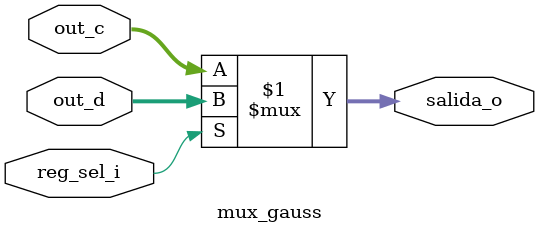
<source format=sv>
module mux_gauss (
    input logic [31:0] out_c,
    input logic [31:0] out_d,
    input logic reg_sel_i,
    output logic [31:0] salida_o
);

    assign salida_o = (reg_sel_i) ? out_d : out_c;

endmodule
</source>
